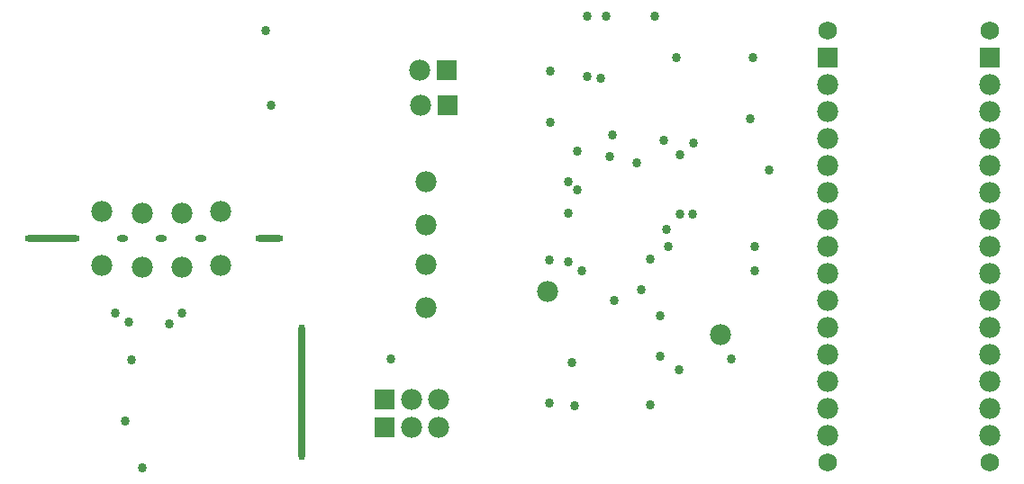
<source format=gbs>
G04 Layer_Color=16711935*
%FSLAX25Y25*%
%MOIN*%
G70*
G01*
G75*
%ADD38R,0.07800X0.07800*%
%ADD39C,0.07800*%
%ADD40R,0.07800X0.07800*%
%ADD41O,0.04337X0.02368*%
%ADD42O,0.02368X0.50400*%
%ADD43C,0.06900*%
%ADD44O,0.10400X0.02368*%
%ADD45O,0.20400X0.02368*%
%ADD46C,0.03400*%
D38*
X352500Y162000D02*
D03*
X292500D02*
D03*
D39*
X352500Y152000D02*
D03*
Y142000D02*
D03*
Y132000D02*
D03*
Y122000D02*
D03*
Y112000D02*
D03*
Y102000D02*
D03*
Y92000D02*
D03*
Y82000D02*
D03*
Y72000D02*
D03*
Y62000D02*
D03*
Y52000D02*
D03*
Y42000D02*
D03*
Y32000D02*
D03*
Y22000D02*
D03*
X292500Y152000D02*
D03*
Y142000D02*
D03*
Y132000D02*
D03*
Y122000D02*
D03*
Y112000D02*
D03*
Y102000D02*
D03*
Y92000D02*
D03*
Y82000D02*
D03*
Y72000D02*
D03*
Y62000D02*
D03*
Y52000D02*
D03*
Y42000D02*
D03*
Y32000D02*
D03*
Y22000D02*
D03*
X39000Y84500D02*
D03*
Y104500D02*
D03*
X53500D02*
D03*
Y84500D02*
D03*
X24000Y105000D02*
D03*
Y85000D02*
D03*
X68000Y105000D02*
D03*
Y85000D02*
D03*
X148500Y25000D02*
D03*
X138500D02*
D03*
X142000Y144500D02*
D03*
X141500Y157500D02*
D03*
X144000Y116000D02*
D03*
Y100000D02*
D03*
Y85500D02*
D03*
X253000Y59500D02*
D03*
X189000Y75500D02*
D03*
X144000Y69500D02*
D03*
X148500Y35500D02*
D03*
X138500D02*
D03*
D40*
X128500Y25000D02*
D03*
X152000Y144500D02*
D03*
X151500Y157500D02*
D03*
X128500Y35500D02*
D03*
D41*
X31500Y95000D02*
D03*
X46000D02*
D03*
X60500D02*
D03*
D42*
X98000Y38000D02*
D03*
D43*
X352500Y12000D02*
D03*
X292500D02*
D03*
Y172000D02*
D03*
X352500D02*
D03*
D44*
X86000Y95000D02*
D03*
D45*
X5500D02*
D03*
D46*
X86500Y144500D02*
D03*
X34000Y64000D02*
D03*
X49000Y63500D02*
D03*
X131000Y50500D02*
D03*
X212000Y125500D02*
D03*
X227000Y33500D02*
D03*
X199000Y33000D02*
D03*
X232000Y131500D02*
D03*
X190000Y157000D02*
D03*
X198000Y49000D02*
D03*
X237500Y46500D02*
D03*
X242500Y104000D02*
D03*
X228500Y177500D02*
D03*
X196500Y116000D02*
D03*
Y104500D02*
D03*
Y86500D02*
D03*
X213500Y72000D02*
D03*
X227000Y87272D02*
D03*
X233500Y92000D02*
D03*
X233000Y98500D02*
D03*
X265000Y162000D02*
D03*
X200000Y113000D02*
D03*
Y127500D02*
D03*
X265500Y83000D02*
D03*
Y92000D02*
D03*
X257000Y50500D02*
D03*
X223500Y76000D02*
D03*
X201500Y83000D02*
D03*
X190000Y138000D02*
D03*
X264000Y139500D02*
D03*
X222000Y123000D02*
D03*
X238000Y126000D02*
D03*
X243000Y130500D02*
D03*
X84500Y172000D02*
D03*
X39000Y10000D02*
D03*
X203500Y177500D02*
D03*
X271000Y120500D02*
D03*
X203500Y155000D02*
D03*
X208500Y154500D02*
D03*
X189500Y34000D02*
D03*
Y87000D02*
D03*
X210500Y177500D02*
D03*
X230500Y66500D02*
D03*
Y51500D02*
D03*
X213000Y133500D02*
D03*
X236500Y162000D02*
D03*
X238000Y104000D02*
D03*
X32500Y27500D02*
D03*
X35000Y50000D02*
D03*
X29000Y67500D02*
D03*
X53500D02*
D03*
M02*

</source>
